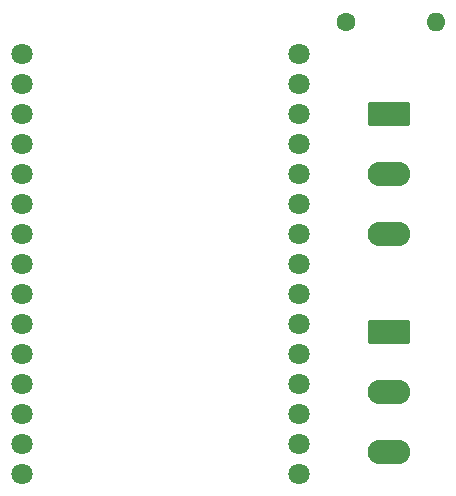
<source format=gbr>
%TF.GenerationSoftware,KiCad,Pcbnew,8.0.2*%
%TF.CreationDate,2024-05-04T20:25:50+02:00*%
%TF.ProjectId,led-strip-connector,6c65642d-7374-4726-9970-2d636f6e6e65,rev?*%
%TF.SameCoordinates,Original*%
%TF.FileFunction,Copper,L2,Bot*%
%TF.FilePolarity,Positive*%
%FSLAX46Y46*%
G04 Gerber Fmt 4.6, Leading zero omitted, Abs format (unit mm)*
G04 Created by KiCad (PCBNEW 8.0.2) date 2024-05-04 20:25:50*
%MOMM*%
%LPD*%
G01*
G04 APERTURE LIST*
G04 Aperture macros list*
%AMRoundRect*
0 Rectangle with rounded corners*
0 $1 Rounding radius*
0 $2 $3 $4 $5 $6 $7 $8 $9 X,Y pos of 4 corners*
0 Add a 4 corners polygon primitive as box body*
4,1,4,$2,$3,$4,$5,$6,$7,$8,$9,$2,$3,0*
0 Add four circle primitives for the rounded corners*
1,1,$1+$1,$2,$3*
1,1,$1+$1,$4,$5*
1,1,$1+$1,$6,$7*
1,1,$1+$1,$8,$9*
0 Add four rect primitives between the rounded corners*
20,1,$1+$1,$2,$3,$4,$5,0*
20,1,$1+$1,$4,$5,$6,$7,0*
20,1,$1+$1,$6,$7,$8,$9,0*
20,1,$1+$1,$8,$9,$2,$3,0*%
G04 Aperture macros list end*
%TA.AperFunction,ComponentPad*%
%ADD10C,1.800000*%
%TD*%
%TA.AperFunction,ComponentPad*%
%ADD11RoundRect,0.249999X-1.550001X0.790001X-1.550001X-0.790001X1.550001X-0.790001X1.550001X0.790001X0*%
%TD*%
%TA.AperFunction,ComponentPad*%
%ADD12O,3.600000X2.080000*%
%TD*%
%TA.AperFunction,ComponentPad*%
%ADD13C,1.600000*%
%TD*%
%TA.AperFunction,ComponentPad*%
%ADD14O,1.600000X1.600000*%
%TD*%
G04 APERTURE END LIST*
D10*
%TO.P,U1,1,A0(ADC0)*%
%TO.N,unconnected-(U1-A0(ADC0)-Pad1)*%
X129910000Y-79710000D03*
%TO.P,U1,2,RSV*%
%TO.N,unconnected-(U1-RSV-Pad2)*%
X129910000Y-82250000D03*
%TO.P,U1,3,RSV*%
%TO.N,unconnected-(U1-RSV-Pad3)*%
X129910000Y-84790000D03*
%TO.P,U1,4,SD3(GPIO10)*%
%TO.N,unconnected-(U1-SD3(GPIO10)-Pad4)*%
X129910000Y-87330000D03*
%TO.P,U1,5,SD2(GPIO9)*%
%TO.N,unconnected-(U1-SD2(GPIO9)-Pad5)*%
X129910000Y-89870000D03*
%TO.P,U1,6,SD1(MOSI)*%
%TO.N,unconnected-(U1-SD1(MOSI)-Pad6)*%
X129910000Y-92410000D03*
%TO.P,U1,7,CMD(CS)*%
%TO.N,unconnected-(U1-CMD(CS)-Pad7)*%
X129910000Y-94950000D03*
%TO.P,U1,8,SDO(MISO)*%
%TO.N,unconnected-(U1-SDO(MISO)-Pad8)*%
X129910000Y-97490000D03*
%TO.P,U1,9,CLK(SCLK)*%
%TO.N,unconnected-(U1-CLK(SCLK)-Pad9)*%
X129910000Y-100030000D03*
%TO.P,U1,10,GND*%
%TO.N,GND*%
X129910000Y-102570000D03*
%TO.P,U1,11,3.3V*%
%TO.N,unconnected-(U1-3.3V-Pad11)*%
X129910000Y-105110000D03*
%TO.P,U1,12,EN*%
%TO.N,unconnected-(U1-EN-Pad12)*%
X129910000Y-107650000D03*
%TO.P,U1,13,RST*%
%TO.N,unconnected-(U1-RST-Pad13)*%
X129910000Y-110190000D03*
%TO.P,U1,14,GND*%
%TO.N,GND*%
X129910000Y-112730000D03*
%TO.P,U1,15,VIN*%
%TO.N,+5V*%
X129910000Y-115270000D03*
%TO.P,U1,16,3.3V*%
%TO.N,unconnected-(U1-3.3V-Pad16)*%
X153405000Y-115270000D03*
%TO.P,U1,17,GND*%
%TO.N,GND*%
X153405000Y-112730000D03*
%TO.P,U1,18,TX(GPIO1)*%
%TO.N,unconnected-(U1-TX(GPIO1)-Pad18)*%
X153405000Y-110190000D03*
%TO.P,U1,19,RX(DPIO3)*%
%TO.N,unconnected-(U1-RX(DPIO3)-Pad19)*%
X153405000Y-107650000D03*
%TO.P,U1,20,D8(GPIO15)*%
%TO.N,unconnected-(U1-D8(GPIO15)-Pad20)*%
X153405000Y-105110000D03*
%TO.P,U1,21,D7(GPIO13)*%
%TO.N,unconnected-(U1-D7(GPIO13)-Pad21)*%
X153405000Y-102570000D03*
%TO.P,U1,22,D6(GPIO12)*%
%TO.N,unconnected-(U1-D6(GPIO12)-Pad22)*%
X153405000Y-100030000D03*
%TO.P,U1,23,D5(GPIO14)*%
%TO.N,unconnected-(U1-D5(GPIO14)-Pad23)*%
X153405000Y-97490000D03*
%TO.P,U1,24,GND*%
%TO.N,GND*%
X153405000Y-94950000D03*
%TO.P,U1,25,3.3V*%
%TO.N,unconnected-(U1-3.3V-Pad25)*%
X153405000Y-92410000D03*
%TO.P,U1,26,D4(GPIO2)*%
%TO.N,unconnected-(U1-D4(GPIO2)-Pad26)*%
X153405000Y-89870000D03*
%TO.P,U1,27,D3(GPIO0)*%
%TO.N,unconnected-(U1-D3(GPIO0)-Pad27)*%
X153405000Y-87330000D03*
%TO.P,U1,28,D2(GPIO4)*%
%TO.N,unconnected-(U1-D2(GPIO4)-Pad28)*%
X153405000Y-84790000D03*
%TO.P,U1,29,D1(GPIO5)*%
%TO.N,Net-(U1-D1(GPIO5))*%
X153405000Y-82250000D03*
%TO.P,U1,30,D0(GPIO16)*%
%TO.N,unconnected-(U1-D0(GPIO16)-Pad30)*%
X153405000Y-79710000D03*
%TD*%
D11*
%TO.P,J2,1,Pin_1*%
%TO.N,GND*%
X161060000Y-103320000D03*
D12*
%TO.P,J2,2,Pin_2*%
%TO.N,unconnected-(J2-Pin_2-Pad2)*%
X161060000Y-108400000D03*
%TO.P,J2,3,Pin_3*%
%TO.N,+5V*%
X161060000Y-113480000D03*
%TD*%
D13*
%TO.P,R1,1*%
%TO.N,Net-(U1-D1(GPIO5))*%
X157380000Y-77000000D03*
D14*
%TO.P,R1,2*%
%TO.N,Net-(J1-Pin_2)*%
X165000000Y-77000000D03*
%TD*%
D11*
%TO.P,J1,1,Pin_1*%
%TO.N,GND*%
X161037500Y-84820000D03*
D12*
%TO.P,J1,2,Pin_2*%
%TO.N,Net-(J1-Pin_2)*%
X161037500Y-89900000D03*
%TO.P,J1,3,Pin_3*%
%TO.N,+5V*%
X161037500Y-94980000D03*
%TD*%
M02*

</source>
